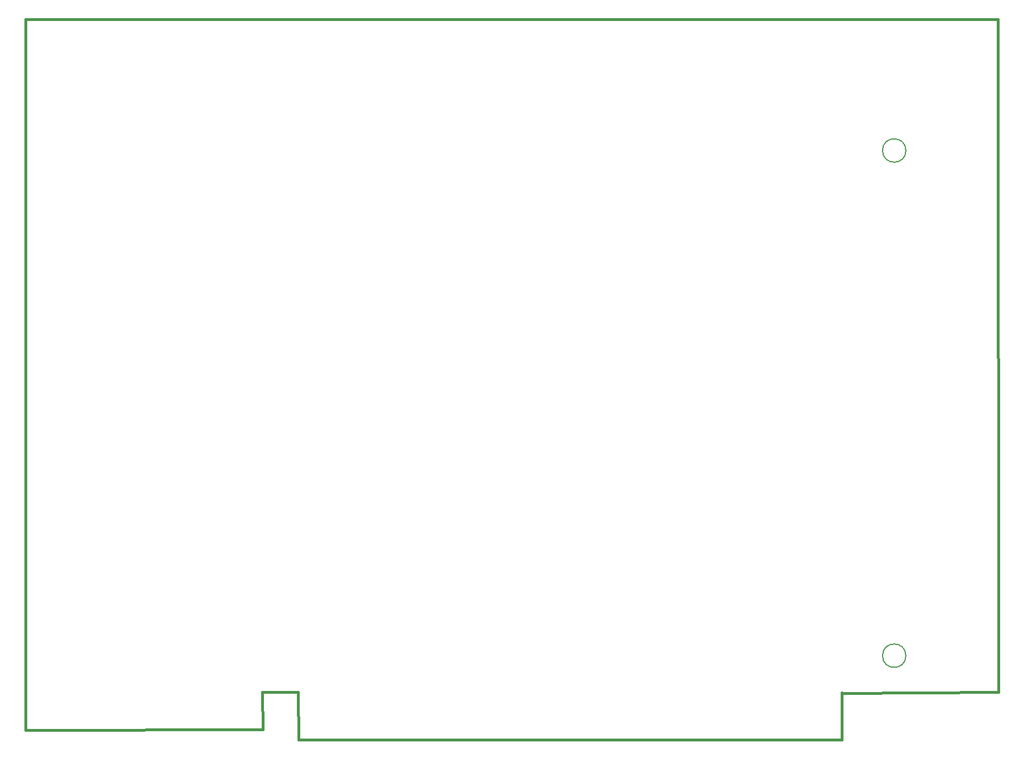
<source format=gbr>
%FSLAX34Y34*%
%MOMM*%
%LNOUTLINE*%
G71*
G01*
%ADD10C,0.400*%
%ADD11C,0.150*%
%LPD*%
G54D10*
X1217762Y74525D02*
X1450912Y75875D01*
X1450000Y1080000D01*
X0Y1080000D01*
X0Y19050D01*
X353277Y19875D01*
X353075Y75762D01*
X406400Y76200D01*
X406725Y5177D01*
X1217612Y4975D01*
X1217288Y75027D01*
G54D11*
G75*
G01X1312862Y884238D02*
G03X1312862Y884238I-17462J0D01*
G01*
G54D11*
G75*
G01X1312862Y130175D02*
G03X1312862Y130175I-17462J0D01*
G01*
M02*

</source>
